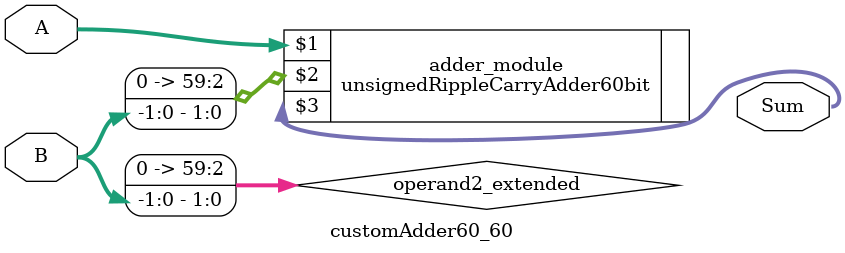
<source format=v>
module customAdder60_60(
                        input [59 : 0] A,
                        input [-1 : 0] B,
                        
                        output [60 : 0] Sum
                );

        wire [59 : 0] operand2_extended;
        
        assign operand2_extended =  {60'b0, B};
        
        unsignedRippleCarryAdder60bit adder_module(
            A,
            operand2_extended,
            Sum
        );
        
        endmodule
        
</source>
